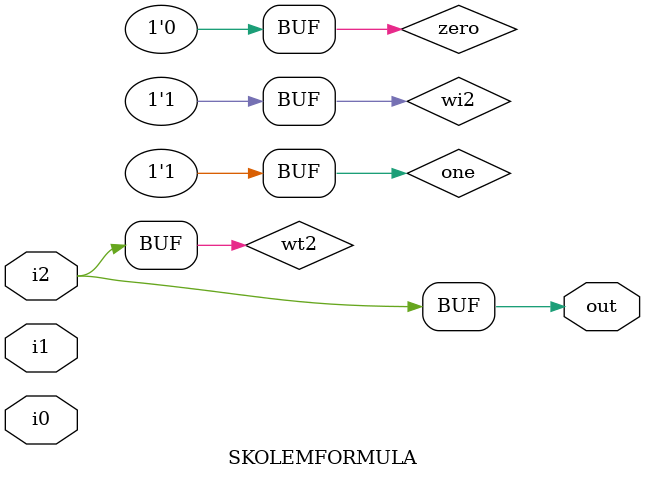
<source format=v>
module SKOLEMFORMULA (i0, i1, i2,  out );
input i0;
input i1;
input i2;
output out ;
wire zero;
wire one;
assign zero = 0;
assign one = 1;
wire wi2;
wire wt2;
assign wi2 = (( one ));
assign wt2 = (~(wi2 ^ i2));
assign out = wt2;
endmodule
</source>
